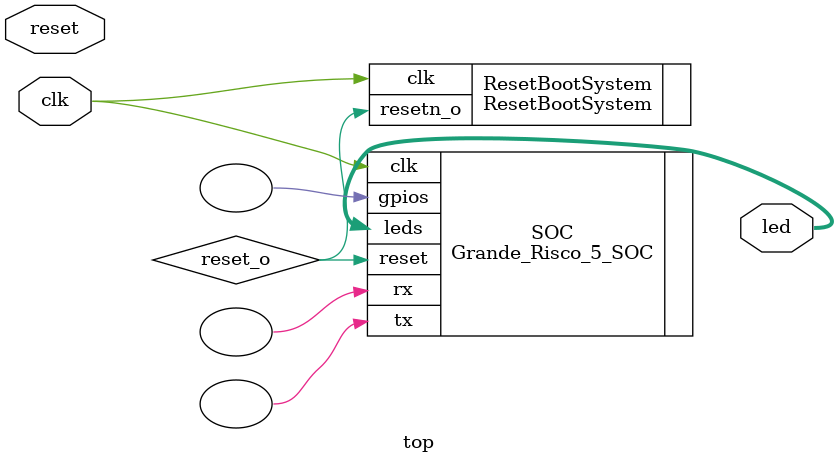
<source format=v>
module top (
    input wire clk,
    input wire reset,
    output wire [7:0]led
);

wire reset_o;

ResetBootSystem #(
    .CYCLES(20)
) ResetBootSystem(
    .clk      (clk),
    .resetn_o (reset_o)
);

Grande_Risco_5_SOC #(
    .CLOCK_FREQ       (25000000),
    .BIT_RATE         (115200),
    .MEMORY_SIZE      (4096),
    .MEMORY_FILE      ("../../verification_tests/memory/led_test.hex"),
    .GPIO_WIDHT       (6),
    .UART_BUFFER_SIZE (16),
    .I_CACHE_SIZE     (72),
    .D_CACHE_SIZE     (72)
) SOC (
    .clk   (clk),
    .reset (reset_o),
    .leds  (led),
    .rx    (),
    .tx    (),
    .gpios ()
);


endmodule

</source>
